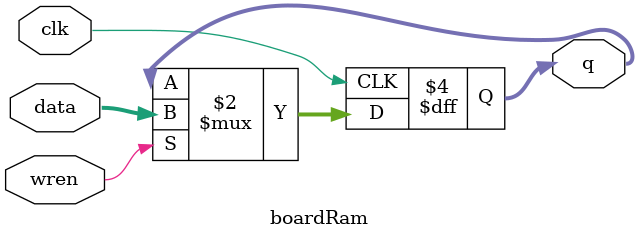
<source format=v>
module boardRam(data, clk, wren, q);
    output [79:0] q;
    input wren, clk;
    input [79:0] data;
    reg [79:0] q;
    always @(posedge clk) begin
        if (wren)
            q <= data;
    end
endmodule

</source>
